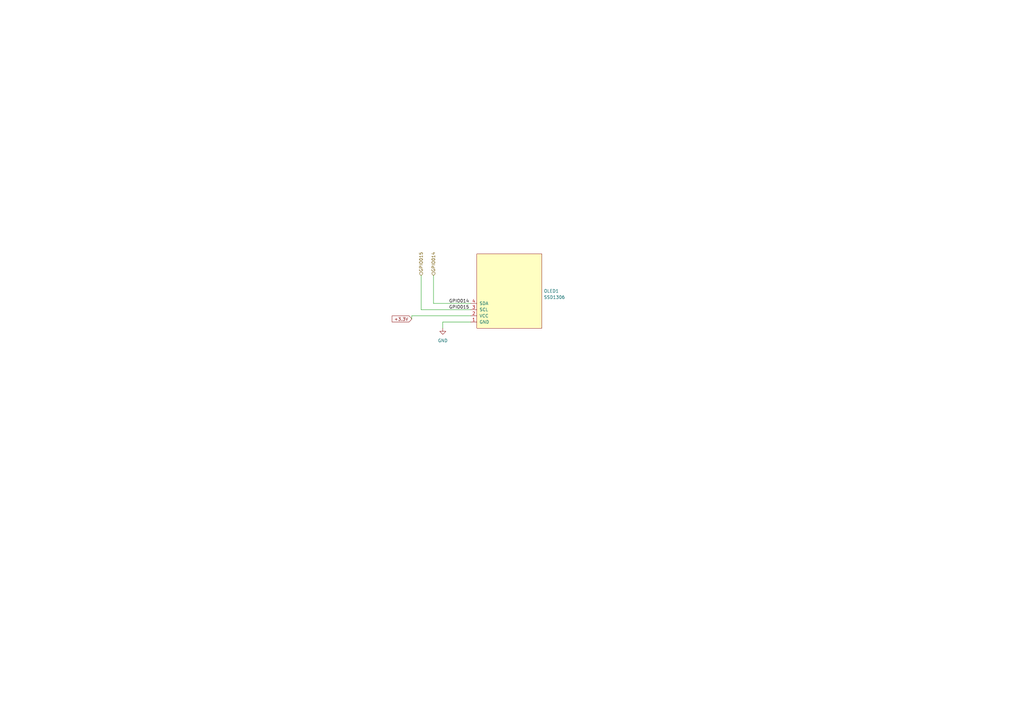
<source format=kicad_sch>
(kicad_sch
	(version 20231120)
	(generator "eeschema")
	(generator_version "8.0")
	(uuid "f1b8c600-8b42-44bf-92dc-9276edbed3eb")
	(paper "A3")
	(title_block
		(date "2025-02-01")
		(company "Alberto José Oliveira Pereira")
	)
	(lib_symbols
		(symbol "SSD1306-128x64_OLED:SSD1306"
			(pin_names
				(offset 1.016)
			)
			(exclude_from_sim no)
			(in_bom yes)
			(on_board yes)
			(property "Reference" "OLED1"
				(at 8.89 -21.082 90)
				(effects
					(font
						(size 1.27 1.27)
					)
					(justify right)
				)
			)
			(property "Value" "SSD1306"
				(at 6.35 -21.082 90)
				(effects
					(font
						(size 1.27 1.27)
					)
					(justify right)
				)
			)
			(property "Footprint" "user_SSD1306:128x64OLED"
				(at 8.382 -17.272 0)
				(effects
					(font
						(size 1.27 1.27)
					)
					(hide yes)
				)
			)
			(property "Datasheet" ""
				(at 0 6.35 0)
				(effects
					(font
						(size 1.27 1.27)
					)
					(hide yes)
				)
			)
			(property "Description" ""
				(at 0 0 0)
				(effects
					(font
						(size 1.27 1.27)
					)
					(hide yes)
				)
			)
			(property "partnumber" ""
				(at 0 0 0)
				(effects
					(font
						(size 1.27 1.27)
					)
					(hide yes)
				)
			)
			(property "ki_keywords" "SSD1306"
				(at 0 0 0)
				(effects
					(font
						(size 1.27 1.27)
					)
					(hide yes)
				)
			)
			(property "ki_fp_filters" "SSD1306-128x64_OLED:SSD1306"
				(at 0 0 0)
				(effects
					(font
						(size 1.27 1.27)
					)
					(hide yes)
				)
			)
			(symbol "SSD1306_0_1"
				(rectangle
					(start -6.35 6.35)
					(end 24.13 -20.32)
					(stroke
						(width 0)
						(type solid)
					)
					(fill
						(type background)
					)
				)
			)
			(symbol "SSD1306_1_1"
				(pin input line
					(at -3.81 8.89 270)
					(length 2.54)
					(name "GND"
						(effects
							(font
								(size 1.27 1.27)
							)
						)
					)
					(number "1"
						(effects
							(font
								(size 1.27 1.27)
							)
						)
					)
				)
				(pin input line
					(at -1.27 8.89 270)
					(length 2.54)
					(name "VCC"
						(effects
							(font
								(size 1.27 1.27)
							)
						)
					)
					(number "2"
						(effects
							(font
								(size 1.27 1.27)
							)
						)
					)
				)
				(pin input line
					(at 1.27 8.89 270)
					(length 2.54)
					(name "SCL"
						(effects
							(font
								(size 1.27 1.27)
							)
						)
					)
					(number "3"
						(effects
							(font
								(size 1.27 1.27)
							)
						)
					)
				)
				(pin input line
					(at 3.81 8.89 270)
					(length 2.54)
					(name "SDA"
						(effects
							(font
								(size 1.27 1.27)
							)
						)
					)
					(number "4"
						(effects
							(font
								(size 1.27 1.27)
							)
						)
					)
				)
			)
		)
		(symbol "power:GND"
			(power)
			(pin_numbers hide)
			(pin_names
				(offset 0) hide)
			(exclude_from_sim no)
			(in_bom yes)
			(on_board yes)
			(property "Reference" "#PWR"
				(at 0 -6.35 0)
				(effects
					(font
						(size 1.27 1.27)
					)
					(hide yes)
				)
			)
			(property "Value" "GND"
				(at 0 -3.81 0)
				(effects
					(font
						(size 1.27 1.27)
					)
				)
			)
			(property "Footprint" ""
				(at 0 0 0)
				(effects
					(font
						(size 1.27 1.27)
					)
					(hide yes)
				)
			)
			(property "Datasheet" ""
				(at 0 0 0)
				(effects
					(font
						(size 1.27 1.27)
					)
					(hide yes)
				)
			)
			(property "Description" "Power symbol creates a global label with name \"GND\" , ground"
				(at 0 0 0)
				(effects
					(font
						(size 1.27 1.27)
					)
					(hide yes)
				)
			)
			(property "ki_keywords" "global power"
				(at 0 0 0)
				(effects
					(font
						(size 1.27 1.27)
					)
					(hide yes)
				)
			)
			(symbol "GND_0_1"
				(polyline
					(pts
						(xy 0 0) (xy 0 -1.27) (xy 1.27 -1.27) (xy 0 -2.54) (xy -1.27 -1.27) (xy 0 -1.27)
					)
					(stroke
						(width 0)
						(type default)
					)
					(fill
						(type none)
					)
				)
			)
			(symbol "GND_1_1"
				(pin power_in line
					(at 0 0 270)
					(length 0)
					(name "~"
						(effects
							(font
								(size 1.27 1.27)
							)
						)
					)
					(number "1"
						(effects
							(font
								(size 1.27 1.27)
							)
						)
					)
				)
			)
		)
	)
	(wire
		(pts
			(xy 181.61 132.08) (xy 181.61 134.62)
		)
		(stroke
			(width 0)
			(type default)
		)
		(uuid "15137b02-d677-416c-a5ab-3c9272cad5d0")
	)
	(wire
		(pts
			(xy 177.8 113.03) (xy 177.8 124.46)
		)
		(stroke
			(width 0)
			(type default)
		)
		(uuid "40bdc4e5-38a6-42da-9fe4-6c7b33492094")
	)
	(wire
		(pts
			(xy 193.04 132.08) (xy 181.61 132.08)
		)
		(stroke
			(width 0)
			(type default)
		)
		(uuid "564a16eb-7353-4699-9a4b-3d8d767e672e")
	)
	(wire
		(pts
			(xy 177.8 124.46) (xy 193.04 124.46)
		)
		(stroke
			(width 0)
			(type default)
		)
		(uuid "966fb836-c9ad-408d-8f4e-f2ae33180f05")
	)
	(wire
		(pts
			(xy 172.72 127) (xy 193.04 127)
		)
		(stroke
			(width 0)
			(type default)
		)
		(uuid "9a6add5d-baea-499d-9ad6-c3f45187c447")
	)
	(wire
		(pts
			(xy 168.91 129.54) (xy 193.04 129.54)
		)
		(stroke
			(width 0)
			(type default)
		)
		(uuid "a0dbc91d-2106-4c74-9ffc-85176b127360")
	)
	(wire
		(pts
			(xy 172.72 113.03) (xy 172.72 127)
		)
		(stroke
			(width 0)
			(type default)
		)
		(uuid "eb140640-c2a2-432e-aad6-a08e2add62f8")
	)
	(wire
		(pts
			(xy 168.91 130.81) (xy 168.91 129.54)
		)
		(stroke
			(width 0)
			(type default)
		)
		(uuid "fb74d58f-7ca0-49ed-89b5-c885a92ef778")
	)
	(label "GPIO014"
		(at 184.15 124.46 0)
		(effects
			(font
				(size 1.27 1.27)
			)
			(justify left bottom)
		)
		(uuid "9472b2c0-4c2f-42b6-8aaa-87e8daf6052f")
	)
	(label "GPIO015"
		(at 184.15 127 0)
		(effects
			(font
				(size 1.27 1.27)
			)
			(justify left bottom)
		)
		(uuid "dabb5045-958f-48bf-8c80-c283d3e1dce9")
	)
	(global_label "+3.3V"
		(shape input)
		(at 168.91 130.81 180)
		(fields_autoplaced yes)
		(effects
			(font
				(size 1.27 1.27)
			)
			(justify right)
		)
		(uuid "cb851e6d-76d2-4392-8218-43fb10c7682e")
		(property "Intersheetrefs" "${INTERSHEET_REFS}"
			(at 160.24 130.81 0)
			(effects
				(font
					(size 1.27 1.27)
				)
				(justify right)
				(hide yes)
			)
		)
	)
	(hierarchical_label "GPIO015"
		(shape input)
		(at 172.72 113.03 90)
		(effects
			(font
				(size 1.27 1.27)
			)
			(justify left)
		)
		(uuid "51c6538a-e540-4bed-841c-8386e4d7f3d1")
	)
	(hierarchical_label "GPIO014"
		(shape input)
		(at 177.8 113.03 90)
		(effects
			(font
				(size 1.27 1.27)
			)
			(justify left)
		)
		(uuid "7476bb06-d4d5-4824-babe-24780333a4c0")
	)
	(symbol
		(lib_id "power:GND")
		(at 181.61 134.62 0)
		(unit 1)
		(exclude_from_sim no)
		(in_bom yes)
		(on_board yes)
		(dnp no)
		(fields_autoplaced yes)
		(uuid "10b52456-a876-4318-9a4c-e53abeceaf06")
		(property "Reference" "#PWR028"
			(at 181.61 140.97 0)
			(effects
				(font
					(size 1.27 1.27)
				)
				(hide yes)
			)
		)
		(property "Value" "GND"
			(at 181.61 139.7 0)
			(effects
				(font
					(size 1.27 1.27)
				)
			)
		)
		(property "Footprint" ""
			(at 181.61 134.62 0)
			(effects
				(font
					(size 1.27 1.27)
				)
				(hide yes)
			)
		)
		(property "Datasheet" ""
			(at 181.61 134.62 0)
			(effects
				(font
					(size 1.27 1.27)
				)
				(hide yes)
			)
		)
		(property "Description" "Power symbol creates a global label with name \"GND\" , ground"
			(at 181.61 134.62 0)
			(effects
				(font
					(size 1.27 1.27)
				)
				(hide yes)
			)
		)
		(pin "1"
			(uuid "091d6eb7-e098-4125-99af-7e8a3b23afce")
		)
		(instances
			(project "Dosimetro"
				(path "/5901c4ba-ed26-45ec-91e8-ca871c890e75/9462a090-ecdf-49bb-bbc9-209ad8945c9e"
					(reference "#PWR028")
					(unit 1)
				)
			)
		)
	)
	(symbol
		(lib_id "SSD1306-128x64_OLED:SSD1306")
		(at 201.93 128.27 90)
		(unit 1)
		(exclude_from_sim no)
		(in_bom yes)
		(on_board yes)
		(dnp no)
		(uuid "b2b9137c-6112-4ccb-b9fb-1c5e74352ede")
		(property "Reference" "OLED1"
			(at 223.012 119.38 90)
			(effects
				(font
					(size 1.27 1.27)
				)
				(justify right)
			)
		)
		(property "Value" "SSD1306"
			(at 223.012 121.92 90)
			(effects
				(font
					(size 1.27 1.27)
				)
				(justify right)
			)
		)
		(property "Footprint" "user_SSD1306:128x64OLED"
			(at 219.202 119.888 0)
			(effects
				(font
					(size 1.27 1.27)
				)
				(hide yes)
			)
		)
		(property "Datasheet" ""
			(at 195.58 128.27 0)
			(effects
				(font
					(size 1.27 1.27)
				)
				(hide yes)
			)
		)
		(property "Description" ""
			(at 201.93 128.27 0)
			(effects
				(font
					(size 1.27 1.27)
				)
				(hide yes)
			)
		)
		(property "partnumber" ""
			(at 201.93 128.27 0)
			(effects
				(font
					(size 1.27 1.27)
				)
				(hide yes)
			)
		)
		(pin "1"
			(uuid "b4defd6f-5421-4b12-a2f1-891a538e8192")
		)
		(pin "2"
			(uuid "36a23831-224f-4225-8d21-2dbb51d7587f")
		)
		(pin "3"
			(uuid "4642fe3e-56b5-47a5-8703-f66a7feceeb7")
		)
		(pin "4"
			(uuid "234e58be-00b1-4ecc-98c3-9485ba838e7b")
		)
		(instances
			(project "Dosimetro"
				(path "/5901c4ba-ed26-45ec-91e8-ca871c890e75/9462a090-ecdf-49bb-bbc9-209ad8945c9e"
					(reference "OLED1")
					(unit 1)
				)
			)
		)
	)
)

</source>
